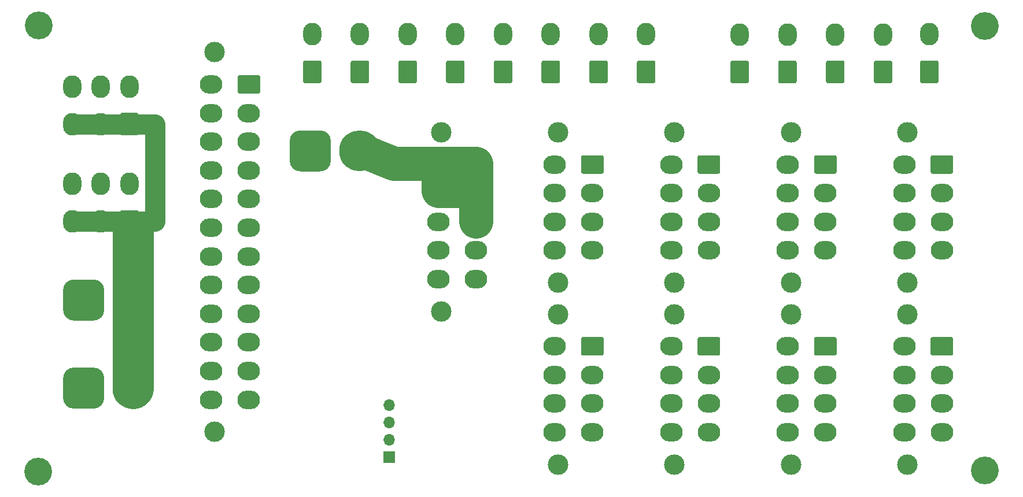
<source format=gbr>
%TF.GenerationSoftware,KiCad,Pcbnew,(5.1.9)-1*%
%TF.CreationDate,2022-08-18T15:43:49-06:00*%
%TF.ProjectId,ATX_PSU_Board,4154585f-5053-4555-9f42-6f6172642e6b,rev?*%
%TF.SameCoordinates,Original*%
%TF.FileFunction,Soldermask,Bot*%
%TF.FilePolarity,Negative*%
%FSLAX46Y46*%
G04 Gerber Fmt 4.6, Leading zero omitted, Abs format (unit mm)*
G04 Created by KiCad (PCBNEW (5.1.9)-1) date 2022-08-18 15:43:49*
%MOMM*%
%LPD*%
G01*
G04 APERTURE LIST*
%ADD10C,6.000000*%
%ADD11C,3.000000*%
%ADD12C,5.000000*%
%ADD13O,1.700000X1.700000*%
%ADD14R,1.700000X1.700000*%
%ADD15O,2.700000X3.300000*%
%ADD16C,6.000000*%
%ADD17C,3.000000*%
%ADD18O,3.300000X2.700000*%
%ADD19C,4.064000*%
G04 APERTURE END LIST*
D10*
X52250000Y-96500000D02*
X52250000Y-109500000D01*
X52250000Y-96500000D02*
X52250000Y-86500000D01*
D11*
X55500000Y-70750000D02*
X55500000Y-85000000D01*
X43500000Y-70750000D02*
X55500000Y-70750000D01*
X43500000Y-85000000D02*
X55500000Y-85000000D01*
D12*
X102500000Y-80500000D02*
X102500000Y-85000000D01*
X97000000Y-80500000D02*
X97000000Y-76500000D01*
X102500000Y-80500000D02*
X97000000Y-80500000D01*
X102500000Y-76500000D02*
X102500000Y-80500000D01*
X97000000Y-76500000D02*
X102500000Y-76500000D01*
X90500000Y-76500000D02*
X97000000Y-76500000D01*
X85500000Y-74500000D02*
X90500000Y-76500000D01*
D13*
%TO.C,J1*%
X89772000Y-111887000D03*
X89772000Y-114427000D03*
X89772000Y-116967000D03*
D14*
X89772000Y-119507000D03*
%TD*%
D15*
%TO.C,J25*%
X43350000Y-79500000D03*
X47550000Y-79500000D03*
X51750000Y-79500000D03*
X43350000Y-85000000D03*
X47550000Y-85000000D03*
G36*
G01*
X53100000Y-83600001D02*
X53100000Y-86399999D01*
G75*
G02*
X52849999Y-86650000I-250001J0D01*
G01*
X50650001Y-86650000D01*
G75*
G02*
X50400000Y-86399999I0J250001D01*
G01*
X50400000Y-83600001D01*
G75*
G02*
X50650001Y-83350000I250001J0D01*
G01*
X52849999Y-83350000D01*
G75*
G02*
X53100000Y-83600001I0J-250001D01*
G01*
G37*
%TD*%
%TO.C,J26*%
X43350000Y-65250000D03*
X47550000Y-65250000D03*
X51750000Y-65250000D03*
X43350000Y-70750000D03*
X47550000Y-70750000D03*
G36*
G01*
X53100000Y-69350001D02*
X53100000Y-72149999D01*
G75*
G02*
X52849999Y-72400000I-250001J0D01*
G01*
X50650001Y-72400000D01*
G75*
G02*
X50400000Y-72149999I0J250001D01*
G01*
X50400000Y-69350001D01*
G75*
G02*
X50650001Y-69100000I250001J0D01*
G01*
X52849999Y-69100000D01*
G75*
G02*
X53100000Y-69350001I0J-250001D01*
G01*
G37*
%TD*%
%TO.C,J30*%
G36*
G01*
X42055200Y-110926800D02*
X42055200Y-107926800D01*
G75*
G02*
X43555200Y-106426800I1500000J0D01*
G01*
X46555200Y-106426800D01*
G75*
G02*
X48055200Y-107926800I0J-1500000D01*
G01*
X48055200Y-110926800D01*
G75*
G02*
X46555200Y-112426800I-1500000J0D01*
G01*
X43555200Y-112426800D01*
G75*
G02*
X42055200Y-110926800I0J1500000D01*
G01*
G37*
D16*
X52255200Y-109426800D03*
%TD*%
%TO.C,J29*%
G36*
G01*
X42055200Y-98026400D02*
X42055200Y-95026400D01*
G75*
G02*
X43555200Y-93526400I1500000J0D01*
G01*
X46555200Y-93526400D01*
G75*
G02*
X48055200Y-95026400I0J-1500000D01*
G01*
X48055200Y-98026400D01*
G75*
G02*
X46555200Y-99526400I-1500000J0D01*
G01*
X43555200Y-99526400D01*
G75*
G02*
X42055200Y-98026400I0J1500000D01*
G01*
G37*
X52255200Y-96526400D03*
%TD*%
D15*
%TO.C,J20*%
X168867600Y-57593600D03*
G36*
G01*
X170217600Y-61693601D02*
X170217600Y-64493599D01*
G75*
G02*
X169967599Y-64743600I-250001J0D01*
G01*
X167767601Y-64743600D01*
G75*
G02*
X167517600Y-64493599I0J250001D01*
G01*
X167517600Y-61693601D01*
G75*
G02*
X167767601Y-61443600I250001J0D01*
G01*
X169967599Y-61443600D01*
G75*
G02*
X170217600Y-61693601I0J-250001D01*
G01*
G37*
%TD*%
D17*
%TO.C,J11*%
X165656400Y-120601800D03*
X165656400Y-98601800D03*
D18*
X165196400Y-115901800D03*
X165196400Y-111701800D03*
X165196400Y-107501800D03*
X165196400Y-103301800D03*
X170696400Y-115901800D03*
X170696400Y-111701800D03*
X170696400Y-107501800D03*
G36*
G01*
X169296401Y-101951800D02*
X172096399Y-101951800D01*
G75*
G02*
X172346400Y-102201801I0J-250001D01*
G01*
X172346400Y-104401799D01*
G75*
G02*
X172096399Y-104651800I-250001J0D01*
G01*
X169296401Y-104651800D01*
G75*
G02*
X169046400Y-104401799I0J250001D01*
G01*
X169046400Y-102201801D01*
G75*
G02*
X169296401Y-101951800I250001J0D01*
G01*
G37*
%TD*%
D15*
%TO.C,J24*%
X141083632Y-57607200D03*
G36*
G01*
X142433632Y-61707201D02*
X142433632Y-64507199D01*
G75*
G02*
X142183631Y-64757200I-250001J0D01*
G01*
X139983633Y-64757200D01*
G75*
G02*
X139733632Y-64507199I0J250001D01*
G01*
X139733632Y-61707201D01*
G75*
G02*
X139983633Y-61457200I250001J0D01*
G01*
X142183631Y-61457200D01*
G75*
G02*
X142433632Y-61707201I0J-250001D01*
G01*
G37*
%TD*%
%TO.C,J23*%
X148086774Y-57607200D03*
G36*
G01*
X149436774Y-61707201D02*
X149436774Y-64507199D01*
G75*
G02*
X149186773Y-64757200I-250001J0D01*
G01*
X146986775Y-64757200D01*
G75*
G02*
X146736774Y-64507199I0J250001D01*
G01*
X146736774Y-61707201D01*
G75*
G02*
X146986775Y-61457200I250001J0D01*
G01*
X149186773Y-61457200D01*
G75*
G02*
X149436774Y-61707201I0J-250001D01*
G01*
G37*
%TD*%
%TO.C,J22*%
X155089916Y-57607200D03*
G36*
G01*
X156439916Y-61707201D02*
X156439916Y-64507199D01*
G75*
G02*
X156189915Y-64757200I-250001J0D01*
G01*
X153989917Y-64757200D01*
G75*
G02*
X153739916Y-64507199I0J250001D01*
G01*
X153739916Y-61707201D01*
G75*
G02*
X153989917Y-61457200I250001J0D01*
G01*
X156189915Y-61457200D01*
G75*
G02*
X156439916Y-61707201I0J-250001D01*
G01*
G37*
%TD*%
%TO.C,J21*%
X162093058Y-57607200D03*
G36*
G01*
X163443058Y-61707201D02*
X163443058Y-64507199D01*
G75*
G02*
X163193057Y-64757200I-250001J0D01*
G01*
X160993059Y-64757200D01*
G75*
G02*
X160743058Y-64507199I0J250001D01*
G01*
X160743058Y-61707201D01*
G75*
G02*
X160993059Y-61457200I250001J0D01*
G01*
X163193057Y-61457200D01*
G75*
G02*
X163443058Y-61707201I0J-250001D01*
G01*
G37*
%TD*%
%TO.C,J19*%
X127414800Y-57593600D03*
G36*
G01*
X128764800Y-61693601D02*
X128764800Y-64493599D01*
G75*
G02*
X128514799Y-64743600I-250001J0D01*
G01*
X126314801Y-64743600D01*
G75*
G02*
X126064800Y-64493599I0J250001D01*
G01*
X126064800Y-61693601D01*
G75*
G02*
X126314801Y-61443600I250001J0D01*
G01*
X128514799Y-61443600D01*
G75*
G02*
X128764800Y-61693601I0J-250001D01*
G01*
G37*
%TD*%
%TO.C,J18*%
X120429800Y-57593600D03*
G36*
G01*
X121779800Y-61693601D02*
X121779800Y-64493599D01*
G75*
G02*
X121529799Y-64743600I-250001J0D01*
G01*
X119329801Y-64743600D01*
G75*
G02*
X119079800Y-64493599I0J250001D01*
G01*
X119079800Y-61693601D01*
G75*
G02*
X119329801Y-61443600I250001J0D01*
G01*
X121529799Y-61443600D01*
G75*
G02*
X121779800Y-61693601I0J-250001D01*
G01*
G37*
%TD*%
%TO.C,J17*%
X113444800Y-57593600D03*
G36*
G01*
X114794800Y-61693601D02*
X114794800Y-64493599D01*
G75*
G02*
X114544799Y-64743600I-250001J0D01*
G01*
X112344801Y-64743600D01*
G75*
G02*
X112094800Y-64493599I0J250001D01*
G01*
X112094800Y-61693601D01*
G75*
G02*
X112344801Y-61443600I250001J0D01*
G01*
X114544799Y-61443600D01*
G75*
G02*
X114794800Y-61693601I0J-250001D01*
G01*
G37*
%TD*%
%TO.C,J16*%
X106459800Y-57593600D03*
G36*
G01*
X107809800Y-61693601D02*
X107809800Y-64493599D01*
G75*
G02*
X107559799Y-64743600I-250001J0D01*
G01*
X105359801Y-64743600D01*
G75*
G02*
X105109800Y-64493599I0J250001D01*
G01*
X105109800Y-61693601D01*
G75*
G02*
X105359801Y-61443600I250001J0D01*
G01*
X107559799Y-61443600D01*
G75*
G02*
X107809800Y-61693601I0J-250001D01*
G01*
G37*
%TD*%
%TO.C,J15*%
X99474800Y-57593600D03*
G36*
G01*
X100824800Y-61693601D02*
X100824800Y-64493599D01*
G75*
G02*
X100574799Y-64743600I-250001J0D01*
G01*
X98374801Y-64743600D01*
G75*
G02*
X98124800Y-64493599I0J250001D01*
G01*
X98124800Y-61693601D01*
G75*
G02*
X98374801Y-61443600I250001J0D01*
G01*
X100574799Y-61443600D01*
G75*
G02*
X100824800Y-61693601I0J-250001D01*
G01*
G37*
%TD*%
%TO.C,J14*%
X92489800Y-57593600D03*
G36*
G01*
X93839800Y-61693601D02*
X93839800Y-64493599D01*
G75*
G02*
X93589799Y-64743600I-250001J0D01*
G01*
X91389801Y-64743600D01*
G75*
G02*
X91139800Y-64493599I0J250001D01*
G01*
X91139800Y-61693601D01*
G75*
G02*
X91389801Y-61443600I250001J0D01*
G01*
X93589799Y-61443600D01*
G75*
G02*
X93839800Y-61693601I0J-250001D01*
G01*
G37*
%TD*%
%TO.C,J13*%
X85504800Y-57593600D03*
G36*
G01*
X86854800Y-61693601D02*
X86854800Y-64493599D01*
G75*
G02*
X86604799Y-64743600I-250001J0D01*
G01*
X84404801Y-64743600D01*
G75*
G02*
X84154800Y-64493599I0J250001D01*
G01*
X84154800Y-61693601D01*
G75*
G02*
X84404801Y-61443600I250001J0D01*
G01*
X86604799Y-61443600D01*
G75*
G02*
X86854800Y-61693601I0J-250001D01*
G01*
G37*
%TD*%
%TO.C,J12*%
X78519800Y-57593600D03*
G36*
G01*
X79869800Y-61693601D02*
X79869800Y-64493599D01*
G75*
G02*
X79619799Y-64743600I-250001J0D01*
G01*
X77419801Y-64743600D01*
G75*
G02*
X77169800Y-64493599I0J250001D01*
G01*
X77169800Y-61693601D01*
G75*
G02*
X77419801Y-61443600I250001J0D01*
G01*
X79619799Y-61443600D01*
G75*
G02*
X79869800Y-61693601I0J-250001D01*
G01*
G37*
%TD*%
%TO.C,J28*%
G36*
G01*
X75228400Y-76176800D02*
X75228400Y-73176800D01*
G75*
G02*
X76728400Y-71676800I1500000J0D01*
G01*
X79728400Y-71676800D01*
G75*
G02*
X81228400Y-73176800I0J-1500000D01*
G01*
X81228400Y-76176800D01*
G75*
G02*
X79728400Y-77676800I-1500000J0D01*
G01*
X76728400Y-77676800D01*
G75*
G02*
X75228400Y-76176800I0J1500000D01*
G01*
G37*
D16*
X85428400Y-74676800D03*
%TD*%
D17*
%TO.C,J5*%
X131551000Y-93964600D03*
X131551000Y-71964600D03*
D18*
X131091000Y-89264600D03*
X131091000Y-85064600D03*
X131091000Y-80864600D03*
X131091000Y-76664600D03*
X136591000Y-89264600D03*
X136591000Y-85064600D03*
X136591000Y-80864600D03*
G36*
G01*
X135191001Y-75314600D02*
X137990999Y-75314600D01*
G75*
G02*
X138241000Y-75564601I0J-250001D01*
G01*
X138241000Y-77764599D01*
G75*
G02*
X137990999Y-78014600I-250001J0D01*
G01*
X135191001Y-78014600D01*
G75*
G02*
X134941000Y-77764599I0J250001D01*
G01*
X134941000Y-75564601D01*
G75*
G02*
X135191001Y-75314600I250001J0D01*
G01*
G37*
%TD*%
D17*
%TO.C,J7*%
X165656400Y-93964600D03*
X165656400Y-71964600D03*
D18*
X165196400Y-89264600D03*
X165196400Y-85064600D03*
X165196400Y-80864600D03*
X165196400Y-76664600D03*
X170696400Y-89264600D03*
X170696400Y-85064600D03*
X170696400Y-80864600D03*
G36*
G01*
X169296401Y-75314600D02*
X172096399Y-75314600D01*
G75*
G02*
X172346400Y-75564601I0J-250001D01*
G01*
X172346400Y-77764599D01*
G75*
G02*
X172096399Y-78014600I-250001J0D01*
G01*
X169296401Y-78014600D01*
G75*
G02*
X169046400Y-77764599I0J250001D01*
G01*
X169046400Y-75564601D01*
G75*
G02*
X169296401Y-75314600I250001J0D01*
G01*
G37*
%TD*%
D19*
%TO.C,H4*%
X177000000Y-56337200D03*
%TD*%
%TO.C,H3*%
X38404800Y-121615200D03*
%TD*%
%TO.C,H2*%
X177000000Y-121500000D03*
%TD*%
%TO.C,H1*%
X38506400Y-56286400D03*
%TD*%
D17*
%TO.C,J10*%
X148603700Y-120601800D03*
X148603700Y-98601800D03*
D18*
X148143700Y-115901800D03*
X148143700Y-111701800D03*
X148143700Y-107501800D03*
X148143700Y-103301800D03*
X153643700Y-115901800D03*
X153643700Y-111701800D03*
X153643700Y-107501800D03*
G36*
G01*
X152243701Y-101951800D02*
X155043699Y-101951800D01*
G75*
G02*
X155293700Y-102201801I0J-250001D01*
G01*
X155293700Y-104401799D01*
G75*
G02*
X155043699Y-104651800I-250001J0D01*
G01*
X152243701Y-104651800D01*
G75*
G02*
X151993700Y-104401799I0J250001D01*
G01*
X151993700Y-102201801D01*
G75*
G02*
X152243701Y-101951800I250001J0D01*
G01*
G37*
%TD*%
D17*
%TO.C,J9*%
X131551000Y-120601800D03*
X131551000Y-98601800D03*
D18*
X131091000Y-115901800D03*
X131091000Y-111701800D03*
X131091000Y-107501800D03*
X131091000Y-103301800D03*
X136591000Y-115901800D03*
X136591000Y-111701800D03*
X136591000Y-107501800D03*
G36*
G01*
X135191001Y-101951800D02*
X137990999Y-101951800D01*
G75*
G02*
X138241000Y-102201801I0J-250001D01*
G01*
X138241000Y-104401799D01*
G75*
G02*
X137990999Y-104651800I-250001J0D01*
G01*
X135191001Y-104651800D01*
G75*
G02*
X134941000Y-104401799I0J250001D01*
G01*
X134941000Y-102201801D01*
G75*
G02*
X135191001Y-101951800I250001J0D01*
G01*
G37*
%TD*%
D17*
%TO.C,J8*%
X114498300Y-120601800D03*
X114498300Y-98601800D03*
D18*
X114038300Y-115901800D03*
X114038300Y-111701800D03*
X114038300Y-107501800D03*
X114038300Y-103301800D03*
X119538300Y-115901800D03*
X119538300Y-111701800D03*
X119538300Y-107501800D03*
G36*
G01*
X118138301Y-101951800D02*
X120938299Y-101951800D01*
G75*
G02*
X121188300Y-102201801I0J-250001D01*
G01*
X121188300Y-104401799D01*
G75*
G02*
X120938299Y-104651800I-250001J0D01*
G01*
X118138301Y-104651800D01*
G75*
G02*
X117888300Y-104401799I0J250001D01*
G01*
X117888300Y-102201801D01*
G75*
G02*
X118138301Y-101951800I250001J0D01*
G01*
G37*
%TD*%
D17*
%TO.C,J6*%
X148603700Y-93964600D03*
X148603700Y-71964600D03*
D18*
X148143700Y-89264600D03*
X148143700Y-85064600D03*
X148143700Y-80864600D03*
X148143700Y-76664600D03*
X153643700Y-89264600D03*
X153643700Y-85064600D03*
X153643700Y-80864600D03*
G36*
G01*
X152243701Y-75314600D02*
X155043699Y-75314600D01*
G75*
G02*
X155293700Y-75564601I0J-250001D01*
G01*
X155293700Y-77764599D01*
G75*
G02*
X155043699Y-78014600I-250001J0D01*
G01*
X152243701Y-78014600D01*
G75*
G02*
X151993700Y-77764599I0J250001D01*
G01*
X151993700Y-75564601D01*
G75*
G02*
X152243701Y-75314600I250001J0D01*
G01*
G37*
%TD*%
D17*
%TO.C,J4*%
X114498300Y-93964600D03*
X114498300Y-71964600D03*
D18*
X114038300Y-89264600D03*
X114038300Y-85064600D03*
X114038300Y-80864600D03*
X114038300Y-76664600D03*
X119538300Y-89264600D03*
X119538300Y-85064600D03*
X119538300Y-80864600D03*
G36*
G01*
X118138301Y-75314600D02*
X120938299Y-75314600D01*
G75*
G02*
X121188300Y-75564601I0J-250001D01*
G01*
X121188300Y-77764599D01*
G75*
G02*
X120938299Y-78014600I-250001J0D01*
G01*
X118138301Y-78014600D01*
G75*
G02*
X117888300Y-77764599I0J250001D01*
G01*
X117888300Y-75564601D01*
G75*
G02*
X118138301Y-75314600I250001J0D01*
G01*
G37*
%TD*%
D17*
%TO.C,J3*%
X97445600Y-98164600D03*
X97445600Y-71964600D03*
D18*
X96985600Y-93464600D03*
X96985600Y-89264600D03*
X96985600Y-85064600D03*
X96985600Y-80864600D03*
X96985600Y-76664600D03*
X102485600Y-93464600D03*
X102485600Y-89264600D03*
X102485600Y-85064600D03*
X102485600Y-80864600D03*
G36*
G01*
X101085601Y-75314600D02*
X103885599Y-75314600D01*
G75*
G02*
X104135600Y-75564601I0J-250001D01*
G01*
X104135600Y-77764599D01*
G75*
G02*
X103885599Y-78014600I-250001J0D01*
G01*
X101085601Y-78014600D01*
G75*
G02*
X100835600Y-77764599I0J250001D01*
G01*
X100835600Y-75564601D01*
G75*
G02*
X101085601Y-75314600I250001J0D01*
G01*
G37*
%TD*%
D17*
%TO.C,J2*%
X64208800Y-115822400D03*
X64208800Y-60222400D03*
D18*
X63748800Y-111122400D03*
X63748800Y-106922400D03*
X63748800Y-102722400D03*
X63748800Y-98522400D03*
X63748800Y-94322400D03*
X63748800Y-90122400D03*
X63748800Y-85922400D03*
X63748800Y-81722400D03*
X63748800Y-77522400D03*
X63748800Y-73322400D03*
X63748800Y-69122400D03*
X63748800Y-64922400D03*
X69248800Y-111122400D03*
X69248800Y-106922400D03*
X69248800Y-102722400D03*
X69248800Y-98522400D03*
X69248800Y-94322400D03*
X69248800Y-90122400D03*
X69248800Y-85922400D03*
X69248800Y-81722400D03*
X69248800Y-77522400D03*
X69248800Y-73322400D03*
X69248800Y-69122400D03*
G36*
G01*
X67848801Y-63572400D02*
X70648799Y-63572400D01*
G75*
G02*
X70898800Y-63822401I0J-250001D01*
G01*
X70898800Y-66022399D01*
G75*
G02*
X70648799Y-66272400I-250001J0D01*
G01*
X67848801Y-66272400D01*
G75*
G02*
X67598800Y-66022399I0J250001D01*
G01*
X67598800Y-63822401D01*
G75*
G02*
X67848801Y-63572400I250001J0D01*
G01*
G37*
%TD*%
M02*

</source>
